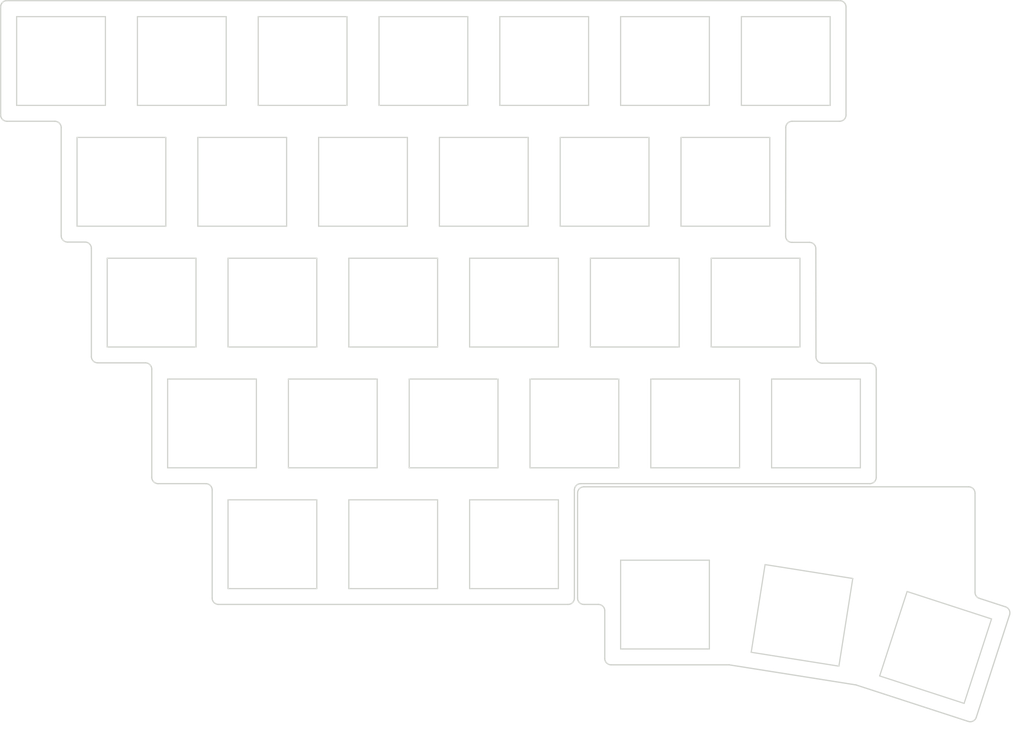
<source format=kicad_pcb>
(kicad_pcb (version 20221018) (generator pcbnew)
  (layers (0 "F.Cu" signal) (31 "B.Cu" signal) (34 "B.Paste" user) (35 "F.Paste" user) (36 "B.SilkS" user "B.Silkscreen") (37 "F.SilkS" user "F.Silkscreen") (38 "B.Mask" user) (39 "F.Mask" user) (44 "Edge.Cuts" user))
  (net 0 "")
  (footprint "MountingHole:MountingHole_2.2mm_M2" (layer "F.Cu") (at 157.3784 105.8672)
    (fp_text reference "REF**" hide)
    (fp_text value "MountingHole_2.2mm_M2" hide)
    (pad "" np_thru_hole circle locked (at 0 0) (size 2.2 2.2) (drill 2.2) (layers "*.Cu" "*.Mask"))
  )
  (footprint "MountingHole:MountingHole_2.2mm_M2" (layer "F.Cu") (at 134.6962 114.3254)
    (fp_text reference "REF**" hide)
    (fp_text value "MountingHole_2.2mm_M2" hide)
    (pad "" np_thru_hole circle locked (at 0 0) (size 2.2 2.2) (drill 2.2) (layers "*.Cu" "*.Mask"))
  )
  (footprint "MountingHole:MountingHole_2.2mm_M2" (layer "F.Cu") (at 90.5002 75.692)
    (fp_text reference "REF**" hide)
    (fp_text value "MountingHole_2.2mm_M2" hide)
    (pad "" np_thru_hole circle locked (at 0 0) (size 2.2 2.2) (drill 2.2) (layers "*.Cu" "*.Mask"))
  )
  (footprint "MountingHole:MountingHole_2.2mm_M2" (layer "F.Cu") (at 138.0998 76.708)
    (fp_text reference "REF**" hide)
    (fp_text value "MountingHole_2.2mm_M2" hide)
    (pad "" np_thru_hole circle locked (at 0 0) (size 2.2 2.2) (drill 2.2) (layers "*.Cu" "*.Mask"))
  )
  (footprint "MountingHole:MountingHole_2.2mm_M2" (layer "F.Cu") (at 85.7504 38.5826)
    (fp_text reference "REF**" hide)
    (fp_text value "MountingHole_2.2mm_M2" hide)
    (pad "" np_thru_hole circle locked (at 0 0) (size 2.2 2.2) (drill 2.2) (layers "*.Cu" "*.Mask"))
  )
  (footprint "MountingHole:MountingHole_2.2mm_M2" (layer "F.Cu") (at 156.1084 117.8306)
    (fp_text reference "REF**" hide)
    (fp_text value "MountingHole_2.2mm_M2" hide)
    (pad "" np_thru_hole circle locked (at 0 0) (size 2.2 2.2) (drill 2.2) (layers "*.Cu" "*.Mask"))
  )
  (footprint "MountingHole:MountingHole_2.2mm_M2" (layer "F.Cu") (at 133.35 37.592)
    (fp_text reference "REF**" hide)
    (fp_text value "MountingHole_2.2mm_M2" hide)
    (pad "" np_thru_hole circle locked (at 0 0) (size 2.2 2.2) (drill 2.2) (layers "*.Cu" "*.Mask"))
  )
  (footprint "MountingHole:MountingHole_2.2mm_M2" (layer "F.Cu") (at 38.1 37.592)
    (fp_text reference "REF**" hide)
    (fp_text value "MountingHole_2.2mm_M2" hide)
    (pad "" np_thru_hole circle locked (at 0 0) (size 2.2 2.2) (drill 2.2) (layers "*.Cu" "*.Mask"))
  )
  (footprint "MountingHole:MountingHole_2.2mm_M2" (layer "F.Cu") (at 61.9252 94.742)
    (fp_text reference "REF**" hide)
    (fp_text value "MountingHole_2.2mm_M2" hide)
    (pad "" np_thru_hole circle locked (at 0 0) (size 2.2 2.2) (drill 2.2) (layers "*.Cu" "*.Mask"))
  )
  (gr_line (start 73.961998 111.774998) (end 87.962002 111.774998) (stroke (width 0.188976)) (layer "Edge.Cuts"))
  (gr_arc (start 156.1375 76.225) (mid 156.844607 76.517893) (end 157.1375 77.225) (stroke (width 0.2)) (layer "Edge.Cuts"))
  (gr_line (start 35.862 73.674999) (end 49.862 73.674999) (stroke (width 0.188976)) (layer "Edge.Cuts"))
  (gr_line (start 102.249996 54.625) (end 102.249996 40.625) (stroke (width 0.188976)) (layer "Edge.Cuts"))
  (gr_line (start 59.387001 78.725003) (end 45.386999 78.725003) (stroke (width 0.188976)) (layer "Edge.Cuts"))
  (gr_line (start 151.375 19.05) (end 20.05 19.05) (stroke (width 0.2)) (layer "Edge.Cuts"))
  (gr_line (start 34.362 76.174999) (end 41.887 76.174999) (stroke (width 0.2)) (layer "Edge.Cuts"))
  (gr_line (start 116.825001 121.299999) (end 130.825001 121.299999) (stroke (width 0.188976)) (layer "Edge.Cuts"))
  (gr_line (start 49.862 59.674999) (end 35.862 59.674999) (stroke (width 0.188976)) (layer "Edge.Cuts"))
  (gr_line (start 126.062 73.674999) (end 126.062 59.674999) (stroke (width 0.188976)) (layer "Edge.Cuts"))
  (gr_line (start 28.6 39.075) (end 28.6 56.124999) (stroke (width 0.2)) (layer "Edge.Cuts"))
  (gr_line (start 114.324999 122.8) (end 114.324999 115.274999) (stroke (width 0.2)) (layer "Edge.Cuts"))
  (gr_arc (start 152.375 37.075) (mid 152.082107 37.782107) (end 151.375 38.075) (stroke (width 0.2)) (layer "Edge.Cuts"))
  (gr_line (start 157.1375 94.225) (end 157.1375 77.225) (stroke (width 0.2)) (layer "Edge.Cuts"))
  (gr_line (start 49.862 73.674999) (end 49.862 59.674999) (stroke (width 0.188976)) (layer "Edge.Cuts"))
  (gr_arc (start 34.362 76.174999) (mid 33.654894 75.882106) (end 33.362 75.174999) (stroke (width 0.2)) (layer "Edge.Cuts"))
  (gr_line (start 111.774998 21.575) (end 97.774998 21.575) (stroke (width 0.188976)) (layer "Edge.Cuts"))
  (gr_line (start 107.011997 97.774998) (end 93.011997 97.774998) (stroke (width 0.188976)) (layer "Edge.Cuts"))
  (gr_line (start 93.011997 111.774998) (end 107.011997 111.774998) (stroke (width 0.188976)) (layer "Edge.Cuts"))
  (gr_line (start 40.625 35.574999) (end 54.625 35.574999) (stroke (width 0.188976)) (layer "Edge.Cuts"))
  (gr_line (start 140.636997 92.725003) (end 154.636997 92.725003) (stroke (width 0.188976)) (layer "Edge.Cuts"))
  (gr_line (start 45.100001 40.625) (end 31.100001 40.625) (stroke (width 0.188976)) (layer "Edge.Cuts"))
  (gr_line (start 83.487004 92.725003) (end 97.487004 92.725003) (stroke (width 0.188976)) (layer "Edge.Cuts"))
  (gr_line (start 64.437 92.725003) (end 78.437 92.725003) (stroke (width 0.188976)) (layer "Edge.Cuts"))
  (gr_arc (start 111.037502 114.274999) (mid 110.330394 113.982106) (end 110.037502 113.274999) (stroke (width 0.2)) (layer "Edge.Cuts"))
  (gr_arc (start 157.1375 94.225) (mid 156.844607 94.932107) (end 156.1375 95.225) (stroke (width 0.2)) (layer "Edge.Cuts"))
  (gr_line (start 88.249996 40.625) (end 88.249996 54.625) (stroke (width 0.188976)) (layer "Edge.Cuts"))
  (gr_line (start 93.011997 73.674999) (end 107.011997 73.674999) (stroke (width 0.188976)) (layer "Edge.Cuts"))
  (gr_line (start 93.011997 59.674999) (end 93.011997 73.674999) (stroke (width 0.188976)) (layer "Edge.Cuts"))
  (gr_line (start 107.299999 54.625) (end 121.299999 54.625) (stroke (width 0.188976)) (layer "Edge.Cuts"))
  (gr_line (start 68.911999 59.674999) (end 54.911999 59.674999) (stroke (width 0.188976)) (layer "Edge.Cuts"))
  (gr_arc (start 27.6 38.075) (mid 28.307107 38.367893) (end 28.6 39.075) (stroke (width 0.2)) (layer "Edge.Cuts"))
  (gr_line (start 116.536999 78.725003) (end 102.536999 78.725003) (stroke (width 0.188976)) (layer "Edge.Cuts"))
  (gr_line (start 45.386999 92.725003) (end 59.387001 92.725003) (stroke (width 0.188976)) (layer "Edge.Cuts"))
  (gr_line (start 31.100001 54.625) (end 45.100001 54.625) (stroke (width 0.188976)) (layer "Edge.Cuts"))
  (gr_line (start 121.299999 40.625) (end 107.299999 40.625) (stroke (width 0.188976)) (layer "Edge.Cuts"))
  (gr_arc (start 51.411999 95.224999) (mid 52.119107 95.517892) (end 52.411999 96.224999) (stroke (width 0.2)) (layer "Edge.Cuts"))
  (gr_line (start 50.150002 40.625) (end 50.150002 54.625) (stroke (width 0.188976)) (layer "Edge.Cuts"))
  (gr_line (start 140.636997 78.725003) (end 140.636997 92.725003) (stroke (width 0.188976)) (layer "Edge.Cuts"))
  (gr_line (start 35.574999 35.574999) (end 35.574999 21.575) (stroke (width 0.188976)) (layer "Edge.Cuts"))
  (gr_line (start 73.961998 97.774998) (end 73.961998 111.774998) (stroke (width 0.188976)) (layer "Edge.Cuts"))
  (gr_line (start 130.825001 121.299999) (end 130.825001 107.299999) (stroke (width 0.188976)) (layer "Edge.Cuts"))
  (gr_line (start 135.587002 78.725003) (end 121.587002 78.725003) (stroke (width 0.188976)) (layer "Edge.Cuts"))
  (gr_line (start 93.011997 97.774998) (end 93.011997 111.774998) (stroke (width 0.188976)) (layer "Edge.Cuts"))
  (gr_line (start 45.100001 54.625) (end 45.100001 40.625) (stroke (width 0.188976)) (layer "Edge.Cuts"))
  (gr_line (start 110.037502 113.274999) (end 110.037502 96.724998) (stroke (width 0.2)) (layer "Edge.Cuts"))
  (gr_line (start 135.873997 21.575) (end 135.873997 35.574999) (stroke (width 0.188976)) (layer "Edge.Cuts"))
  (gr_arc (start 115.324999 123.8) (mid 114.617893 123.507106) (end 114.324999 122.8) (stroke (width 0.2)) (layer "Edge.Cuts"))
  (gr_line (start 64.150002 54.625) (end 64.150002 40.625) (stroke (width 0.188976)) (layer "Edge.Cuts"))
  (gr_line (start 162.009007 112.239002) (end 157.683003 125.552998) (stroke (width 0.188976)) (layer "Edge.Cuts"))
  (gr_arc (start 109.537502 96.225) (mid 109.830395 95.517894) (end 110.537502 95.225) (stroke (width 0.2)) (layer "Edge.Cuts"))
  (gr_line (start 172.7186 96.724998) (end 172.7186 112.364973) (stroke (width 0.2)) (layer "Edge.Cuts"))
  (gr_line (start 154.636997 92.725003) (end 154.636997 78.725003) (stroke (width 0.188976)) (layer "Edge.Cuts"))
  (gr_line (start 146.613811 57.175) (end 143.85131 57.175) (stroke (width 0.2)) (layer "Edge.Cuts"))
  (gr_line (start 173.409583 113.316029) (end 177.525794 114.65347) (stroke (width 0.2)) (layer "Edge.Cuts"))
  (gr_line (start 68.911999 73.674999) (end 68.911999 59.674999) (stroke (width 0.188976)) (layer "Edge.Cuts"))
  (gr_line (start 126.350003 40.625) (end 126.350003 54.625) (stroke (width 0.188976)) (layer "Edge.Cuts"))
  (gr_line (start 97.774998 35.574999) (end 111.774998 35.574999) (stroke (width 0.188976)) (layer "Edge.Cuts"))
  (gr_line (start 35.862 59.674999) (end 35.862 73.674999) (stroke (width 0.188976)) (layer "Edge.Cuts"))
  (gr_line (start 40.625 21.575) (end 40.625 35.574999) (stroke (width 0.188976)) (layer "Edge.Cuts"))
  (gr_line (start 133.9436 123.8) (end 115.324999 123.8) (stroke (width 0.2)) (layer "Edge.Cuts"))
  (gr_line (start 152.375 37.075) (end 152.375 20.05) (stroke (width 0.2)) (layer "Edge.Cuts"))
  (gr_line (start 142.851311 56.173691) (end 142.873693 39.073691) (stroke (width 0.2)) (layer "Edge.Cuts"))
  (gr_arc (start 19.05 20.05) (mid 19.342893 19.342893) (end 20.05 19.05) (stroke (width 0.2)) (layer "Edge.Cuts"))
  (gr_arc (start 41.887 76.174999) (mid 42.594107 76.467892) (end 42.887 77.174999) (stroke (width 0.2)) (layer "Edge.Cuts"))
  (gr_line (start 73.961998 59.674999) (end 73.961998 73.674999) (stroke (width 0.188976)) (layer "Edge.Cuts"))
  (gr_line (start 135.587002 92.725003) (end 135.587002 78.725003) (stroke (width 0.188976)) (layer "Edge.Cuts"))
  (gr_line (start 130.824002 35.574999) (end 130.824002 21.575) (stroke (width 0.188976)) (layer "Edge.Cuts"))
  (gr_line (start 130.825001 107.299999) (end 116.825001 107.299999) (stroke (width 0.188976)) (layer "Edge.Cuts"))
  (gr_line (start 153.93609 126.96649) (end 133.9436 123.8) (stroke (width 0.2)) (layer "Edge.Cuts"))
  (gr_line (start 139.610996 107.991001) (end 137.421002 121.818997) (stroke (width 0.188976)) (layer "Edge.Cuts"))
  (gr_line (start 83.200001 40.625) (end 69.200001 40.625) (stroke (width 0.188976)) (layer "Edge.Cuts"))
  (gr_line (start 68.911999 97.774998) (end 54.911999 97.774998) (stroke (width 0.188976)) (layer "Edge.Cuts"))
  (gr_arc (start 151.375 19.05) (mid 152.082107 19.342893) (end 152.375 20.05) (stroke (width 0.2)) (layer "Edge.Cuts"))
  (gr_arc (start 173.409583 113.316029) (mid 172.909594 112.952756) (end 172.7186 112.364973) (stroke (width 0.2)) (layer "Edge.Cuts"))
  (gr_line (start 92.725003 21.575) (end 78.725003 21.575) (stroke (width 0.188976)) (layer "Edge.Cuts"))
  (gr_line (start 156.1375 76.225) (end 148.636189 76.225) (stroke (width 0.2)) (layer "Edge.Cuts"))
  (gr_arc (start 110.037502 96.724998) (mid 110.330396 96.017893) (end 111.037502 95.724998) (stroke (width 0.2)) (layer "Edge.Cuts"))
  (gr_arc (start 113.324999 114.274999) (mid 114.032107 114.567892) (end 114.324999 115.274999) (stroke (width 0.2)) (layer "Edge.Cuts"))
  (gr_line (start 69.200001 54.625) (end 83.200001 54.625) (stroke (width 0.188976)) (layer "Edge.Cuts"))
  (gr_line (start 64.437 78.725003) (end 64.437 92.725003) (stroke (width 0.188976)) (layer "Edge.Cuts"))
  (gr_line (start 19.05 20.05) (end 19.05 37.075) (stroke (width 0.2)) (layer "Edge.Cuts"))
  (gr_line (start 131.112004 59.674999) (end 131.112004 73.674999) (stroke (width 0.188976)) (layer "Edge.Cuts"))
  (gr_line (start 131.112004 73.674999) (end 145.112004 73.674999) (stroke (width 0.188976)) (layer "Edge.Cuts"))
  (gr_line (start 73.961998 73.674999) (end 87.962002 73.674999) (stroke (width 0.188976)) (layer "Edge.Cuts"))
  (gr_line (start 147.636189 75.226312) (end 147.613811 58.173688) (stroke (width 0.2)) (layer "Edge.Cuts"))
  (gr_line (start 107.011997 111.774998) (end 107.011997 97.774998) (stroke (width 0.188976)) (layer "Edge.Cuts"))
  (gr_line (start 154.636997 78.725003) (end 140.636997 78.725003) (stroke (width 0.188976)) (layer "Edge.Cuts"))
  (gr_arc (start 177.525794 114.65347) (mid 178.107782 115.150532) (end 178.167833 115.913543) (stroke (width 0.2)) (layer "Edge.Cuts"))
  (gr_line (start 102.536999 78.725003) (end 102.536999 92.725003) (stroke (width 0.188976)) (layer "Edge.Cuts"))
  (gr_arc (start 32.362 57.124999) (mid 33.069107 57.417892) (end 33.362 58.124999) (stroke (width 0.2)) (layer "Edge.Cuts"))
  (gr_line (start 113.324999 114.274999) (end 111.037502 114.274999) (stroke (width 0.2)) (layer "Edge.Cuts"))
  (gr_line (start 54.911999 111.774998) (end 68.911999 111.774998) (stroke (width 0.188976)) (layer "Edge.Cuts"))
  (gr_line (start 54.625 35.574999) (end 54.625 21.575) (stroke (width 0.188976)) (layer "Edge.Cuts"))
  (gr_line (start 135.873997 35.574999) (end 149.875004 35.574999) (stroke (width 0.188976)) (layer "Edge.Cuts"))
  (gr_line (start 88.249996 54.625) (end 102.249996 54.625) (stroke (width 0.188976)) (layer "Edge.Cuts"))
  (gr_line (start 116.824002 21.575) (end 116.824002 35.574999) (stroke (width 0.188976)) (layer "Edge.Cuts"))
  (gr_line (start 78.437 92.725003) (end 78.437 78.725003) (stroke (width 0.188976)) (layer "Edge.Cuts"))
  (gr_arc (start 172.914547 132.081503) (mid 172.417483 132.663495) (end 171.654473 132.723543) (stroke (width 0.2)) (layer "Edge.Cuts"))
  (gr_line (start 64.150002 40.625) (end 50.150002 40.625) (stroke (width 0.188976)) (layer "Edge.Cuts"))
  (gr_line (start 110.537502 95.225) (end 156.1375 95.225) (stroke (width 0.2)) (layer "Edge.Cuts"))
  (gr_line (start 87.962002 73.674999) (end 87.962002 59.674999) (stroke (width 0.188976)) (layer "Edge.Cuts"))
  (gr_line (start 130.824002 21.575) (end 116.824002 21.575) (stroke (width 0.188976)) (layer "Edge.Cuts"))
  (gr_line (start 121.299999 54.625) (end 121.299999 40.625) (stroke (width 0.188976)) (layer "Edge.Cuts"))
  (gr_line (start 73.674999 21.575) (end 59.674999 21.575) (stroke (width 0.188976)) (layer "Edge.Cuts"))
  (gr_line (start 137.421002 121.818997) (end 151.248997 124.008999) (stroke (width 0.188976)) (layer "Edge.Cuts"))
  (gr_line (start 53.412 114.275) (end 108.537502 114.274999) (stroke (width 0.2)) (layer "Edge.Cuts"))
  (gr_arc (start 43.887 95.224999) (mid 43.179894 94.932106) (end 42.887 94.224999) (stroke (width 0.2)) (layer "Edge.Cuts"))
  (gr_line (start 87.962002 97.774998) (end 73.961998 97.774998) (stroke (width 0.188976)) (layer "Edge.Cuts"))
  (gr_line (start 153.438999 110.181004) (end 139.610996 107.991001) (stroke (width 0.188976)) (layer "Edge.Cuts"))
  (gr_line (start 116.824002 35.574999) (end 130.824002 35.574999) (stroke (width 0.188976)) (layer "Edge.Cuts"))
  (gr_line (start 145.112004 59.674999) (end 131.112004 59.674999) (stroke (width 0.188976)) (layer "Edge.Cuts"))
  (gr_line (start 97.774998 21.575) (end 97.774998 35.574999) (stroke (width 0.188976)) (layer "Edge.Cuts"))
  (gr_line (start 20.05 38.075) (end 27.6 38.075) (stroke (width 0.2)) (layer "Edge.Cuts"))
  (gr_line (start 92.725003 35.574999) (end 92.725003 21.575) (stroke (width 0.188976)) (layer "Edge.Cuts"))
  (gr_line (start 78.725003 21.575) (end 78.725003 35.574999) (stroke (width 0.188976)) (layer "Edge.Cuts"))
  (gr_line (start 78.725003 35.574999) (end 92.725003 35.574999) (stroke (width 0.188976)) (layer "Edge.Cuts"))
  (gr_line (start 97.487004 78.725003) (end 83.487004 78.725003) (stroke (width 0.188976)) (layer "Edge.Cuts"))
  (gr_line (start 68.911999 111.774998) (end 68.911999 97.774998) (stroke (width 0.188976)) (layer "Edge.Cuts"))
  (gr_line (start 83.487004 78.725003) (end 83.487004 92.725003) (stroke (width 0.188976)) (layer "Edge.Cuts"))
  (gr_line (start 54.911999 59.674999) (end 54.911999 73.674999) (stroke (width 0.188976)) (layer "Edge.Cuts"))
  (gr_line (start 33.362 58.124999) (end 33.362 75.174999) (stroke (width 0.2)) (layer "Edge.Cuts"))
  (gr_line (start 102.536999 92.725003) (end 116.536999 92.725003) (stroke (width 0.188976)) (layer "Edge.Cuts"))
  (gr_line (start 121.587002 92.725003) (end 135.587002 92.725003) (stroke (width 0.188976)) (layer "Edge.Cuts"))
  (gr_arc (start 20.05 38.075) (mid 19.342893 37.782107) (end 19.05 37.075) (stroke (width 0.2)) (layer "Edge.Cuts"))
  (gr_line (start 112.062 73.674999) (end 126.062 73.674999) (stroke (width 0.188976)) (layer "Edge.Cuts"))
  (gr_line (start 59.387001 92.725003) (end 59.387001 78.725003) (stroke (width 0.188976)) (layer "Edge.Cuts"))
  (gr_arc (start 29.6 57.124999) (mid 28.892894 56.832106) (end 28.6 56.124999) (stroke (width 0.2)) (layer "Edge.Cuts"))
  (gr_line (start 116.825001 107.299999) (end 116.825001 121.299999) (stroke (width 0.188976)) (layer "Edge.Cuts"))
  (gr_line (start 42.887 77.174999) (end 42.887 94.224999) (stroke (width 0.2)) (layer "Edge.Cuts"))
  (gr_line (start 54.911999 73.674999) (end 68.911999 73.674999) (stroke (width 0.188976)) (layer "Edge.Cuts"))
  (gr_line (start 107.011997 59.674999) (end 93.011997 59.674999) (stroke (width 0.188976)) (layer "Edge.Cuts"))
  (gr_line (start 52.411999 96.224999) (end 52.412 113.275) (stroke (width 0.2)) (layer "Edge.Cuts"))
  (gr_line (start 21.575 35.574999) (end 35.574999 35.574999) (stroke (width 0.188976)) (layer "Edge.Cuts"))
  (gr_line (start 43.887 95.224999) (end 51.411999 95.224999) (stroke (width 0.2)) (layer "Edge.Cuts"))
  (gr_line (start 50.150002 54.625) (end 64.150002 54.625) (stroke (width 0.188976)) (layer "Edge.Cuts"))
  (gr_arc (start 146.613811 57.175) (mid 147.320447 57.467433) (end 147.613811 58.173688) (stroke (width 0.2)) (layer "Edge.Cuts"))
  (gr_line (start 73.674999 35.574999) (end 73.674999 21.575) (stroke (width 0.188976)) (layer "Edge.Cuts"))
  (gr_line (start 121.587002 78.725003) (end 121.587002 92.725003) (stroke (width 0.188976)) (layer "Edge.Cuts"))
  (gr_line (start 109.537502 113.274999) (end 109.537502 96.225) (stroke (width 0.2)) (layer "Edge.Cuts"))
  (gr_line (start 87.962002 59.674999) (end 73.961998 59.674999) (stroke (width 0.188976)) (layer "Edge.Cuts"))
  (gr_line (start 151.248997 124.008999) (end 153.438999 110.181004) (stroke (width 0.188976)) (layer "Edge.Cuts"))
  (gr_line (start 78.437 78.725003) (end 64.437 78.725003) (stroke (width 0.188976)) (layer "Edge.Cuts"))
  (gr_line (start 69.200001 40.625) (end 69.200001 54.625) (stroke (width 0.188976)) (layer "Edge.Cuts"))
  (gr_arc (start 142.873693 39.073691) (mid 143.167048 38.367428) (end 143.873692 38.075) (stroke (width 0.2)) (layer "Edge.Cuts"))
  (gr_line (start 140.350003 54.625) (end 140.350003 40.625) (stroke (width 0.188976)) (layer "Edge.Cuts"))
  (gr_line (start 102.249996 40.625) (end 88.249996 40.625) (stroke (width 0.188976)) (layer "Edge.Cuts"))
  (gr_line (start 45.386999 78.725003) (end 45.386999 92.725003) (stroke (width 0.188976)) (layer "Edge.Cuts"))
  (gr_line (start 143.873692 38.075) (end 151.375 38.075) (stroke (width 0.2)) (layer "Edge.Cuts"))
  (gr_line (start 175.323994 116.564999) (end 162.009007 112.239002) (stroke (width 0.188976)) (layer "Edge.Cuts"))
  (gr_line (start 111.037502 95.724998) (end 171.7186 95.724998) (stroke (width 0.2)) (layer "Edge.Cuts"))
  (gr_arc (start 109.537502 113.274999) (mid 109.244609 113.982107) (end 108.537502 114.274999) (stroke (width 0.2)) (layer "Edge.Cuts"))
  (gr_line (start 59.674999 35.574999) (end 73.674999 35.574999) (stroke (width 0.188976)) (layer "Edge.Cuts"))
  (gr_arc (start 148.636189 76.225) (mid 147.929553 75.932567) (end 147.636189 75.226312) (stroke (width 0.2)) (layer "Edge.Cuts"))
  (gr_line (start 140.350003 40.625) (end 126.350003 40.625) (stroke (width 0.188976)) (layer "Edge.Cuts"))
  (gr_line (start 149.875004 21.575) (end 135.873997 21.575) (stroke (width 0.188976)) (layer "Edge.Cuts"))
  (gr_line (start 31.100001 40.625) (end 31.100001 54.625) (stroke (width 0.188976)) (layer "Edge.Cuts"))
  (gr_line (start 157.683003 125.552998) (end 170.998005 129.880001) (stroke (width 0.188976)) (layer "Edge.Cuts"))
  (gr_line (start 126.350003 54.625) (end 140.350003 54.625) (stroke (width 0.188976)) (layer "Edge.Cuts"))
  (gr_line (start 111.774998 35.574999) (end 111.774998 21.575) (stroke (width 0.188976)) (layer "Edge.Cuts"))
  (gr_line (start 107.011997 73.674999) (end 107.011997 59.674999) (stroke (width 0.188976)) (layer "Edge.Cuts"))
  (gr_line (start 21.575 21.575) (end 21.575 35.574999) (stroke (width 0.188976)) (layer "Edge.Cuts"))
  (gr_arc (start 53.412 114.275) (mid 52.704893 113.982107) (end 52.412 113.275) (stroke (width 0.2)) (layer "Edge.Cuts"))
  (gr_arc (start 171.7186 95.724998) (mid 172.425707 96.017891) (end 172.7186 96.724998) (stroke (width 0.2)) (layer "Edge.Cuts"))
  (gr_line (start 126.062 59.674999) (end 112.062 59.674999) (stroke (width 0.188976)) (layer "Edge.Cuts"))
  (gr_line (start 170.998005 129.880001) (end 175.323994 116.564999) (stroke (width 0.188976)) (layer "Edge.Cuts"))
  (gr_line (start 145.112004 73.674999) (end 145.112004 59.674999) (stroke (width 0.188976)) (layer "Edge.Cuts"))
  (gr_line (start 171.654473 132.723543) (end 153.93609 126.96649) (stroke (width 0.2)) (layer "Edge.Cuts"))
  (gr_line (start 35.574999 21.575) (end 21.575 21.575) (stroke (width 0.188976)) (layer "Edge.Cuts"))
  (gr_line (start 83.200001 54.625) (end 83.200001 40.625) (stroke (width 0.188976)) (layer "Edge.Cuts"))
  (gr_line (start 97.487004 92.725003) (end 97.487004 78.725003) (stroke (width 0.188976)) (layer "Edge.Cuts"))
  (gr_line (start 54.625 21.575) (end 40.625 21.575) (stroke (width 0.188976)) (layer "Edge.Cuts"))
  (gr_line (start 87.962002 111.774998) (end 87.962002 97.774998) (stroke (width 0.188976)) (layer "Edge.Cuts"))
  (gr_line (start 54.911999 97.774998) (end 54.911999 111.774998) (stroke (width 0.188976)) (layer "Edge.Cuts"))
  (gr_line (start 178.167833 115.913543) (end 172.914547 132.081503) (stroke (width 0.2)) (layer "Edge.Cuts"))
  (gr_arc (start 143.85131 57.175) (mid 143.143734 56.881647) (end 142.851311 56.173691) (stroke (width 0.2)) (layer "Edge.Cuts"))
  (gr_line (start 107.299999 40.625) (end 107.299999 54.625) (stroke (width 0.188976)) (layer "Edge.Cuts"))
  (gr_line (start 149.875004 35.574999) (end 149.875004 21.575) (stroke (width 0.188976)) (layer "Edge.Cuts"))
  (gr_line (start 116.536999 92.725003) (end 116.536999 78.725003) (stroke (width 0.188976)) (layer "Edge.Cuts"))
  (gr_line (start 59.674999 21.575) (end 59.674999 35.574999) (stroke (width 0.188976)) (layer "Edge.Cuts"))
  (gr_line (start 112.062 59.674999) (end 112.062 73.674999) (stroke (width 0.188976)) (layer "Edge.Cuts"))
  (gr_line (start 29.6 57.124999) (end 32.362 57.124999) (stroke (width 0.2)) (layer "Edge.Cuts"))
)
</source>
